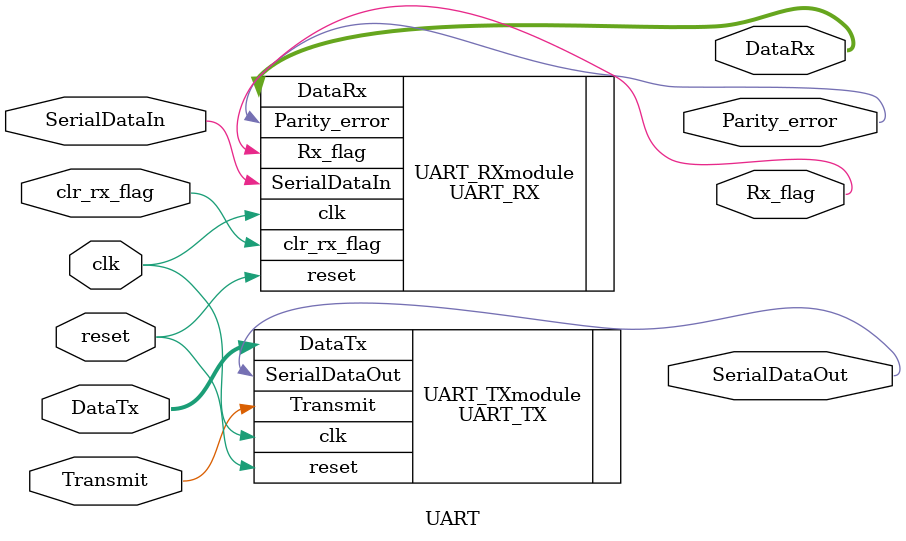
<source format=v>
 /******************************************************************* 
* Name:
*	UART.v
* Description:
* 	This module implements an UART TX module
* Parameters:

*	 Nbit :	Number of bits to transmit
*	 baudrate: baudrate to use 
*	 clk_freq : system clock frequency

* Inputs:
*
*	SerialDataIn: it's the input data port 
*	clk :  clk signal
*	reset :  async signal to reset 	
*	clr_rx_flag: signal to clear the Rx signal
*	Transmit :  signal to indicate the start of transmission 
*	[Nbit-1:0] DataTx: Port where Tx data is placed  
* 
* Outputs:
*	[Nbit-1:0] DataRx: Port where Rx information is available
*	Rx_flag: indicates a data was received 
*	Parity_error: when received logic data contains parity errors. Just for pair parity
*	SerialDataOut: Output for serial data 

* Versión:  
*	1.0
* Author: 
*	Nestor Damian Garcia Hernandez
*  	Diego González Ávalos
* Fecha: 
*	23/11/2017
*********************************************************************/


module UART
#(
	parameter Nbit =8,		//Number of bits to transmit
	parameter baudrate= 9600,	//baudrate to use 
	parameter clk_freq =50000000		//system clock frequency	
)
(	
	//inputs
	input SerialDataIn, //it's the input data port 
	input clk, //clk signal
	input reset, //async signal to reset 	
	input clr_rx_flag, //to clear the Rx signal
	input Transmit, //signal to indicate the start of transmission . (Ready)
	input [Nbit-1:0] DataTx, //Port where Tx data is placed  (tx_data)
	//outputs
	
	//RX
	output [Nbit-1:0] DataRx, //Port where Rx information is available
	output Rx_flag , //indicates a data was received 
	output Parity_error, //when received logic data contains parity errors. Just for pair parity
	//TX
	output SerialDataOut  //Output for serial data  (TxD )	
);

// TX instance 
UART_TX
#(
	.Nbit(Nbit),
	.baudrate(baudrate),
	.clk_freq(clk_freq)
)
UART_TXmodule
(
	.clk(clk),
	.reset(reset),
	.Transmit(Transmit),
	.DataTx(DataTx),
	.SerialDataOut(SerialDataOut)
);

UART_RX
#(
	.Nbit(Nbit),
	.baudrate(baudrate),
	.clk_freq(clk_freq)
)
UART_RXmodule
(
	.SerialDataIn(SerialDataIn), //it's the input data port 
	.clk(clk), //clk signal
	.reset(reset), //async signal to reset 
	.clr_rx_flag(clr_rx_flag), //to clear the Rx signal
	.DataRx(DataRx),
	.Rx_flag(Rx_flag),
	.Parity_error(Parity_error)
);

/*Log Function*/
function integer CeilLog2;
	 input integer data;
	 integer i,result;
	 begin
		 for(i=0; 2**i < data; i=i+1)  
			 result = i + 1;
		 CeilLog2 = result; //se debe usar el nombre de la funcion, que será la salida
	 end
endfunction

endmodule
</source>
